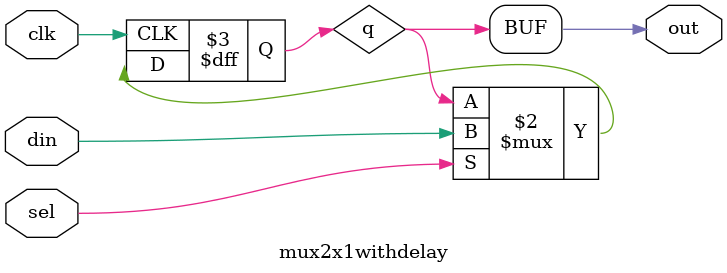
<source format=sv>
module mux2x1withdelay(input clk,din,sel, output out);
  reg q;
  always @(posedge clk)
    begin
      q <= sel?din:q;
    end
  assign out = q;
endmodule
      


</source>
